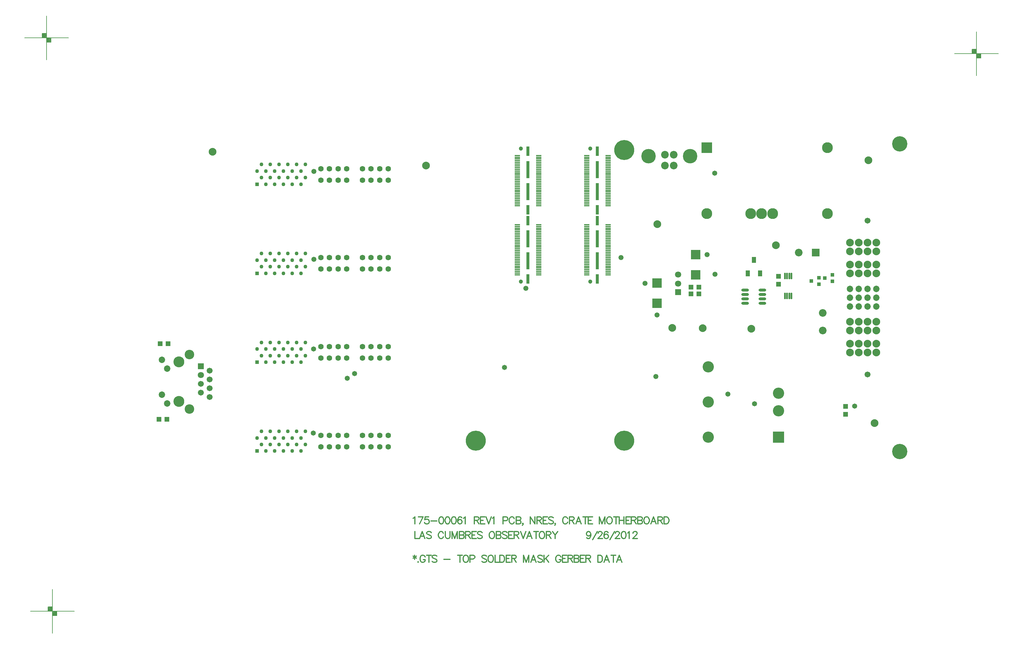
<source format=gts>
%FSLAX23Y23*%
%MOIN*%
G70*
G01*
G75*
G04 Layer_Color=8388736*
%ADD10R,0.050X0.050*%
%ADD11R,0.057X0.012*%
%ADD12R,0.025X0.185*%
%ADD13R,0.025X0.100*%
%ADD14R,0.050X0.050*%
%ADD15O,0.014X0.067*%
%ADD16R,0.036X0.036*%
%ADD17O,0.079X0.024*%
%ADD18R,0.039X0.059*%
%ADD19R,0.100X0.100*%
%ADD20C,0.010*%
%ADD21C,0.050*%
%ADD22C,0.025*%
%ADD23C,0.006*%
%ADD24C,0.012*%
%ADD25C,0.008*%
%ADD26C,0.012*%
%ADD27C,0.012*%
%ADD28C,0.070*%
%ADD29C,0.050*%
%ADD30C,0.166*%
%ADD31C,0.157*%
%ADD32C,0.079*%
%ADD33C,0.220*%
%ADD34C,0.039*%
%ADD35C,0.059*%
%ADD36R,0.059X0.059*%
%ADD37C,0.063*%
%ADD38C,0.116*%
%ADD39C,0.065*%
%ADD40C,0.100*%
%ADD41C,0.080*%
%ADD42C,0.059*%
%ADD43C,0.115*%
%ADD44R,0.115X0.115*%
%ADD45R,0.079X0.079*%
%ADD46R,0.120X0.120*%
%ADD47C,0.120*%
%ADD48R,0.063X0.063*%
%ADD49C,0.020*%
%ADD50C,0.040*%
G04:AMPARAMS|DCode=51|XSize=91mil|YSize=91mil|CornerRadius=0mil|HoleSize=0mil|Usage=FLASHONLY|Rotation=0.000|XOffset=0mil|YOffset=0mil|HoleType=Round|Shape=Relief|Width=10mil|Gap=10mil|Entries=4|*
%AMTHD51*
7,0,0,0.091,0.071,0.010,45*
%
%ADD51THD51*%
%ADD52C,0.071*%
%ADD53C,0.206*%
G04:AMPARAMS|DCode=54|XSize=150.551mil|YSize=150.551mil|CornerRadius=0mil|HoleSize=0mil|Usage=FLASHONLY|Rotation=0.000|XOffset=0mil|YOffset=0mil|HoleType=Round|Shape=Relief|Width=10mil|Gap=10mil|Entries=4|*
%AMTHD54*
7,0,0,0.151,0.131,0.010,45*
%
%ADD54THD54*%
G04:AMPARAMS|DCode=55|XSize=96.221mil|YSize=96.221mil|CornerRadius=0mil|HoleSize=0mil|Usage=FLASHONLY|Rotation=0.000|XOffset=0mil|YOffset=0mil|HoleType=Round|Shape=Relief|Width=10mil|Gap=10mil|Entries=4|*
%AMTHD55*
7,0,0,0.096,0.076,0.010,45*
%
%ADD55THD55*%
%ADD56C,0.076*%
%ADD57C,0.080*%
%ADD58C,0.075*%
%ADD59C,0.168*%
G04:AMPARAMS|DCode=60|XSize=100mil|YSize=100mil|CornerRadius=0mil|HoleSize=0mil|Usage=FLASHONLY|Rotation=0.000|XOffset=0mil|YOffset=0mil|HoleType=Round|Shape=Relief|Width=10mil|Gap=10mil|Entries=4|*
%AMTHD60*
7,0,0,0.100,0.080,0.010,45*
%
%ADD60THD60*%
G04:AMPARAMS|DCode=61|XSize=123mil|YSize=123mil|CornerRadius=0mil|HoleSize=0mil|Usage=FLASHONLY|Rotation=0.000|XOffset=0mil|YOffset=0mil|HoleType=Round|Shape=Relief|Width=10mil|Gap=10mil|Entries=4|*
%AMTHD61*
7,0,0,0.123,0.103,0.010,45*
%
%ADD61THD61*%
%ADD62C,0.092*%
G04:AMPARAMS|DCode=63|XSize=112mil|YSize=112mil|CornerRadius=0mil|HoleSize=0mil|Usage=FLASHONLY|Rotation=0.000|XOffset=0mil|YOffset=0mil|HoleType=Round|Shape=Relief|Width=10mil|Gap=10mil|Entries=4|*
%AMTHD63*
7,0,0,0.112,0.092,0.010,45*
%
%ADD63THD63*%
%ADD64C,0.190*%
%ADD65C,0.087*%
G04:AMPARAMS|DCode=66|XSize=138mil|YSize=138mil|CornerRadius=0mil|HoleSize=0mil|Usage=FLASHONLY|Rotation=0.000|XOffset=0mil|YOffset=0mil|HoleType=Round|Shape=Relief|Width=10mil|Gap=10mil|Entries=4|*
%AMTHD66*
7,0,0,0.138,0.118,0.010,45*
%
%ADD66THD66*%
%ADD67C,0.118*%
G04:AMPARAMS|DCode=68|XSize=107.244mil|YSize=107.244mil|CornerRadius=0mil|HoleSize=0mil|Usage=FLASHONLY|Rotation=0.000|XOffset=0mil|YOffset=0mil|HoleType=Round|Shape=Relief|Width=10mil|Gap=10mil|Entries=4|*
%AMTHD68*
7,0,0,0.107,0.087,0.010,45*
%
%ADD68THD68*%
%ADD69C,0.079*%
%ADD70C,0.068*%
G04:AMPARAMS|DCode=71|XSize=70mil|YSize=70mil|CornerRadius=0mil|HoleSize=0mil|Usage=FLASHONLY|Rotation=0.000|XOffset=0mil|YOffset=0mil|HoleType=Round|Shape=Relief|Width=10mil|Gap=10mil|Entries=4|*
%AMTHD71*
7,0,0,0.070,0.050,0.010,45*
%
%ADD71THD71*%
G04:AMPARAMS|DCode=72|XSize=88mil|YSize=88mil|CornerRadius=0mil|HoleSize=0mil|Usage=FLASHONLY|Rotation=0.000|XOffset=0mil|YOffset=0mil|HoleType=Round|Shape=Relief|Width=10mil|Gap=10mil|Entries=4|*
%AMTHD72*
7,0,0,0.088,0.068,0.010,45*
%
%ADD72THD72*%
%ADD73C,0.020*%
%ADD74C,0.131*%
%ADD75C,0.103*%
%ADD76C,0.005*%
%ADD77R,0.053X0.035*%
%ADD78R,0.053X0.053*%
%ADD79R,0.045X0.017*%
%ADD80R,0.094X0.102*%
%ADD81R,0.059X0.087*%
%ADD82R,0.102X0.094*%
%ADD83R,0.100X0.100*%
%ADD84R,0.060X0.086*%
%ADD85C,0.010*%
%ADD86C,0.010*%
%ADD87C,0.024*%
%ADD88C,0.008*%
%ADD89C,0.007*%
%ADD90C,0.007*%
%ADD91C,0.015*%
%ADD92R,0.194X0.245*%
%ADD93R,0.058X0.058*%
%ADD94R,0.061X0.016*%
%ADD95R,0.033X0.193*%
%ADD96R,0.033X0.108*%
%ADD97R,0.058X0.058*%
%ADD98O,0.022X0.075*%
%ADD99R,0.044X0.044*%
%ADD100O,0.087X0.032*%
%ADD101R,0.047X0.067*%
%ADD102R,0.108X0.108*%
%ADD103C,0.063*%
%ADD104C,0.043*%
%ADD105R,0.043X0.043*%
%ADD106C,0.174*%
%ADD107C,0.165*%
%ADD108C,0.087*%
%ADD109C,0.228*%
%ADD110C,0.047*%
%ADD111C,0.067*%
%ADD112R,0.067X0.067*%
%ADD113C,0.071*%
%ADD114C,0.124*%
%ADD115C,0.073*%
%ADD116C,0.108*%
%ADD117C,0.088*%
%ADD118C,0.067*%
%ADD119C,0.123*%
%ADD120R,0.123X0.123*%
%ADD121R,0.087X0.087*%
%ADD122R,0.128X0.128*%
%ADD123C,0.128*%
%ADD124R,0.071X0.071*%
%ADD125C,0.058*%
D24*
X13410Y9183D02*
Y9137D01*
X13391Y9172D02*
X13429Y9149D01*
Y9172D02*
X13391Y9149D01*
X13449Y9111D02*
X13445Y9107D01*
X13449Y9103D01*
X13453Y9107D01*
X13449Y9111D01*
X13528Y9164D02*
X13524Y9172D01*
X13516Y9179D01*
X13509Y9183D01*
X13493D01*
X13486Y9179D01*
X13478Y9172D01*
X13474Y9164D01*
X13471Y9153D01*
Y9133D01*
X13474Y9122D01*
X13478Y9114D01*
X13486Y9107D01*
X13493Y9103D01*
X13509D01*
X13516Y9107D01*
X13524Y9114D01*
X13528Y9122D01*
Y9133D01*
X13509D02*
X13528D01*
X13573Y9183D02*
Y9103D01*
X13546Y9183D02*
X13599D01*
X13662Y9172D02*
X13655Y9179D01*
X13643Y9183D01*
X13628D01*
X13616Y9179D01*
X13609Y9172D01*
Y9164D01*
X13613Y9156D01*
X13616Y9153D01*
X13624Y9149D01*
X13647Y9141D01*
X13655Y9137D01*
X13658Y9133D01*
X13662Y9126D01*
Y9114D01*
X13655Y9107D01*
X13643Y9103D01*
X13628D01*
X13616Y9107D01*
X13609Y9114D01*
X13743Y9137D02*
X13811D01*
X13925Y9183D02*
Y9103D01*
X13898Y9183D02*
X13951D01*
X13984D02*
X13976Y9179D01*
X13968Y9172D01*
X13965Y9164D01*
X13961Y9153D01*
Y9133D01*
X13965Y9122D01*
X13968Y9114D01*
X13976Y9107D01*
X13984Y9103D01*
X13999D01*
X14006Y9107D01*
X14014Y9114D01*
X14018Y9122D01*
X14022Y9133D01*
Y9153D01*
X14018Y9164D01*
X14014Y9172D01*
X14006Y9179D01*
X13999Y9183D01*
X13984D01*
X14040Y9141D02*
X14075D01*
X14086Y9145D01*
X14090Y9149D01*
X14094Y9156D01*
Y9168D01*
X14090Y9175D01*
X14086Y9179D01*
X14075Y9183D01*
X14040D01*
Y9103D01*
X14228Y9172D02*
X14220Y9179D01*
X14209Y9183D01*
X14193D01*
X14182Y9179D01*
X14174Y9172D01*
Y9164D01*
X14178Y9156D01*
X14182Y9153D01*
X14190Y9149D01*
X14213Y9141D01*
X14220Y9137D01*
X14224Y9133D01*
X14228Y9126D01*
Y9114D01*
X14220Y9107D01*
X14209Y9103D01*
X14193D01*
X14182Y9107D01*
X14174Y9114D01*
X14269Y9183D02*
X14261Y9179D01*
X14253Y9172D01*
X14249Y9164D01*
X14246Y9153D01*
Y9133D01*
X14249Y9122D01*
X14253Y9114D01*
X14261Y9107D01*
X14269Y9103D01*
X14284D01*
X14291Y9107D01*
X14299Y9114D01*
X14303Y9122D01*
X14307Y9133D01*
Y9153D01*
X14303Y9164D01*
X14299Y9172D01*
X14291Y9179D01*
X14284Y9183D01*
X14269D01*
X14325D02*
Y9103D01*
X14371D01*
X14380Y9183D02*
Y9103D01*
Y9183D02*
X14406D01*
X14418Y9179D01*
X14425Y9172D01*
X14429Y9164D01*
X14433Y9153D01*
Y9133D01*
X14429Y9122D01*
X14425Y9114D01*
X14418Y9107D01*
X14406Y9103D01*
X14380D01*
X14500Y9183D02*
X14451D01*
Y9103D01*
X14500D01*
X14451Y9145D02*
X14481D01*
X14514Y9183D02*
Y9103D01*
Y9183D02*
X14548D01*
X14560Y9179D01*
X14563Y9175D01*
X14567Y9168D01*
Y9160D01*
X14563Y9153D01*
X14560Y9149D01*
X14548Y9145D01*
X14514D01*
X14540D02*
X14567Y9103D01*
X14648Y9183D02*
Y9103D01*
Y9183D02*
X14678Y9103D01*
X14709Y9183D02*
X14678Y9103D01*
X14709Y9183D02*
Y9103D01*
X14793D02*
X14762Y9183D01*
X14732Y9103D01*
X14743Y9130D02*
X14781D01*
X14865Y9172D02*
X14857Y9179D01*
X14846Y9183D01*
X14830D01*
X14819Y9179D01*
X14811Y9172D01*
Y9164D01*
X14815Y9156D01*
X14819Y9153D01*
X14827Y9149D01*
X14849Y9141D01*
X14857Y9137D01*
X14861Y9133D01*
X14865Y9126D01*
Y9114D01*
X14857Y9107D01*
X14846Y9103D01*
X14830D01*
X14819Y9107D01*
X14811Y9114D01*
X14882Y9183D02*
Y9103D01*
X14936Y9183D02*
X14882Y9130D01*
X14902Y9149D02*
X14936Y9103D01*
X15074Y9164D02*
X15070Y9172D01*
X15062Y9179D01*
X15055Y9183D01*
X15039D01*
X15032Y9179D01*
X15024Y9172D01*
X15020Y9164D01*
X15017Y9153D01*
Y9133D01*
X15020Y9122D01*
X15024Y9114D01*
X15032Y9107D01*
X15039Y9103D01*
X15055D01*
X15062Y9107D01*
X15070Y9114D01*
X15074Y9122D01*
Y9133D01*
X15055D02*
X15074D01*
X15141Y9183D02*
X15092D01*
Y9103D01*
X15141D01*
X15092Y9145D02*
X15122D01*
X15155Y9183D02*
Y9103D01*
Y9183D02*
X15189D01*
X15201Y9179D01*
X15204Y9175D01*
X15208Y9168D01*
Y9160D01*
X15204Y9153D01*
X15201Y9149D01*
X15189Y9145D01*
X15155D01*
X15181D02*
X15208Y9103D01*
X15226Y9183D02*
Y9103D01*
Y9183D02*
X15260D01*
X15272Y9179D01*
X15276Y9175D01*
X15279Y9168D01*
Y9160D01*
X15276Y9153D01*
X15272Y9149D01*
X15260Y9145D01*
X15226D02*
X15260D01*
X15272Y9141D01*
X15276Y9137D01*
X15279Y9130D01*
Y9118D01*
X15276Y9111D01*
X15272Y9107D01*
X15260Y9103D01*
X15226D01*
X15347Y9183D02*
X15297D01*
Y9103D01*
X15347D01*
X15297Y9145D02*
X15328D01*
X15360Y9183D02*
Y9103D01*
Y9183D02*
X15394D01*
X15406Y9179D01*
X15410Y9175D01*
X15413Y9168D01*
Y9160D01*
X15410Y9153D01*
X15406Y9149D01*
X15394Y9145D01*
X15360D01*
X15387D02*
X15413Y9103D01*
X15494Y9183D02*
Y9103D01*
Y9183D02*
X15521D01*
X15532Y9179D01*
X15540Y9172D01*
X15544Y9164D01*
X15547Y9153D01*
Y9133D01*
X15544Y9122D01*
X15540Y9114D01*
X15532Y9107D01*
X15521Y9103D01*
X15494D01*
X15626D02*
X15596Y9183D01*
X15565Y9103D01*
X15577Y9130D02*
X15615D01*
X15672Y9183D02*
Y9103D01*
X15645Y9183D02*
X15698D01*
X15769Y9103D02*
X15738Y9183D01*
X15708Y9103D01*
X15719Y9130D02*
X15757D01*
D25*
X19554Y14890D02*
X20054D01*
X19804Y14640D02*
Y15140D01*
X19854Y14840D02*
Y14890D01*
X19804Y14840D02*
X19854D01*
X19754Y14890D02*
Y14940D01*
X19804D01*
X19759Y14895D02*
X19799D01*
X19759D02*
Y14935D01*
X19799D01*
Y14895D02*
Y14935D01*
X19764Y14900D02*
X19794D01*
X19764D02*
Y14930D01*
X19794D01*
Y14905D02*
Y14930D01*
X19769Y14905D02*
X19789D01*
X19769D02*
Y14925D01*
X19789D01*
Y14910D02*
Y14925D01*
X19774Y14910D02*
X19784D01*
X19774D02*
Y14920D01*
X19784D01*
Y14910D02*
Y14920D01*
X19774Y14915D02*
X19784D01*
X19809Y14845D02*
X19849D01*
X19809D02*
Y14885D01*
X19849D01*
Y14845D02*
Y14885D01*
X19814Y14850D02*
X19844D01*
X19814D02*
Y14880D01*
X19844D01*
Y14855D02*
Y14880D01*
X19819Y14855D02*
X19839D01*
X19819D02*
Y14875D01*
X19839D01*
Y14860D02*
Y14875D01*
X19824Y14860D02*
X19834D01*
X19824D02*
Y14870D01*
X19834D01*
Y14860D02*
Y14870D01*
X19824Y14865D02*
X19834D01*
X8970Y15070D02*
X9470D01*
X9220Y14820D02*
Y15320D01*
X9270Y15020D02*
Y15070D01*
X9220Y15020D02*
X9270D01*
X9170Y15070D02*
Y15120D01*
X9220D01*
X9175Y15075D02*
X9215D01*
X9175D02*
Y15115D01*
X9215D01*
Y15075D02*
Y15115D01*
X9180Y15080D02*
X9210D01*
X9180D02*
Y15110D01*
X9210D01*
Y15085D02*
Y15110D01*
X9185Y15085D02*
X9205D01*
X9185D02*
Y15105D01*
X9205D01*
Y15090D02*
Y15105D01*
X9190Y15090D02*
X9200D01*
X9190D02*
Y15100D01*
X9200D01*
Y15090D02*
Y15100D01*
X9190Y15095D02*
X9200D01*
X9225Y15025D02*
X9265D01*
X9225D02*
Y15065D01*
X9265D01*
Y15025D02*
Y15065D01*
X9230Y15030D02*
X9260D01*
X9230D02*
Y15060D01*
X9260D01*
Y15035D02*
Y15060D01*
X9235Y15035D02*
X9255D01*
X9235D02*
Y15055D01*
X9255D01*
Y15040D02*
Y15055D01*
X9240Y15040D02*
X9250D01*
X9240D02*
Y15050D01*
X9250D01*
Y15040D02*
Y15050D01*
X9240Y15045D02*
X9250D01*
X9036Y8546D02*
X9536D01*
X9286Y8296D02*
Y8796D01*
X9336Y8496D02*
Y8546D01*
X9286Y8496D02*
X9336D01*
X9236Y8546D02*
Y8596D01*
X9286D01*
X9241Y8551D02*
X9281D01*
X9241D02*
Y8591D01*
X9281D01*
Y8551D02*
Y8591D01*
X9246Y8556D02*
X9276D01*
X9246D02*
Y8586D01*
X9276D01*
Y8561D02*
Y8586D01*
X9251Y8561D02*
X9271D01*
X9251D02*
Y8581D01*
X9271D01*
Y8566D02*
Y8581D01*
X9256Y8566D02*
X9266D01*
X9256D02*
Y8576D01*
X9266D01*
Y8566D02*
Y8576D01*
X9256Y8571D02*
X9266D01*
X9291Y8501D02*
X9331D01*
X9291D02*
Y8541D01*
X9331D01*
Y8501D02*
Y8541D01*
X9296Y8506D02*
X9326D01*
X9296D02*
Y8536D01*
X9326D01*
Y8511D02*
Y8536D01*
X9301Y8511D02*
X9321D01*
X9301D02*
Y8531D01*
X9321D01*
Y8516D02*
Y8531D01*
X9306Y8516D02*
X9316D01*
X9306D02*
Y8526D01*
X9316D01*
Y8516D02*
Y8526D01*
X9306Y8521D02*
X9316D01*
D26*
X13412Y9453D02*
Y9373D01*
X13458D01*
X13527D02*
X13497Y9453D01*
X13466Y9373D01*
X13478Y9399D02*
X13516D01*
X13599Y9441D02*
X13592Y9449D01*
X13580Y9453D01*
X13565D01*
X13554Y9449D01*
X13546Y9441D01*
Y9434D01*
X13550Y9426D01*
X13554Y9422D01*
X13561Y9418D01*
X13584Y9411D01*
X13592Y9407D01*
X13596Y9403D01*
X13599Y9395D01*
Y9384D01*
X13592Y9376D01*
X13580Y9373D01*
X13565D01*
X13554Y9376D01*
X13546Y9384D01*
X13737Y9434D02*
X13733Y9441D01*
X13726Y9449D01*
X13718Y9453D01*
X13703D01*
X13695Y9449D01*
X13688Y9441D01*
X13684Y9434D01*
X13680Y9422D01*
Y9403D01*
X13684Y9392D01*
X13688Y9384D01*
X13695Y9376D01*
X13703Y9373D01*
X13718D01*
X13726Y9376D01*
X13733Y9384D01*
X13737Y9392D01*
X13760Y9453D02*
Y9395D01*
X13764Y9384D01*
X13771Y9376D01*
X13783Y9373D01*
X13790D01*
X13802Y9376D01*
X13809Y9384D01*
X13813Y9395D01*
Y9453D01*
X13835D02*
Y9373D01*
Y9453D02*
X13866Y9373D01*
X13896Y9453D02*
X13866Y9373D01*
X13896Y9453D02*
Y9373D01*
X13919Y9453D02*
Y9373D01*
Y9453D02*
X13953D01*
X13965Y9449D01*
X13968Y9445D01*
X13972Y9437D01*
Y9430D01*
X13968Y9422D01*
X13965Y9418D01*
X13953Y9414D01*
X13919D02*
X13953D01*
X13965Y9411D01*
X13968Y9407D01*
X13972Y9399D01*
Y9388D01*
X13968Y9380D01*
X13965Y9376D01*
X13953Y9373D01*
X13919D01*
X13990Y9453D02*
Y9373D01*
Y9453D02*
X14024D01*
X14036Y9449D01*
X14040Y9445D01*
X14044Y9437D01*
Y9430D01*
X14040Y9422D01*
X14036Y9418D01*
X14024Y9414D01*
X13990D01*
X14017D02*
X14044Y9373D01*
X14111Y9453D02*
X14061D01*
Y9373D01*
X14111D01*
X14061Y9414D02*
X14092D01*
X14178Y9441D02*
X14170Y9449D01*
X14159Y9453D01*
X14143D01*
X14132Y9449D01*
X14124Y9441D01*
Y9434D01*
X14128Y9426D01*
X14132Y9422D01*
X14139Y9418D01*
X14162Y9411D01*
X14170Y9407D01*
X14174Y9403D01*
X14178Y9395D01*
Y9384D01*
X14170Y9376D01*
X14159Y9373D01*
X14143D01*
X14132Y9376D01*
X14124Y9384D01*
X14281Y9453D02*
X14274Y9449D01*
X14266Y9441D01*
X14262Y9434D01*
X14258Y9422D01*
Y9403D01*
X14262Y9392D01*
X14266Y9384D01*
X14274Y9376D01*
X14281Y9373D01*
X14296D01*
X14304Y9376D01*
X14312Y9384D01*
X14315Y9392D01*
X14319Y9403D01*
Y9422D01*
X14315Y9434D01*
X14312Y9441D01*
X14304Y9449D01*
X14296Y9453D01*
X14281D01*
X14338D02*
Y9373D01*
Y9453D02*
X14372D01*
X14384Y9449D01*
X14387Y9445D01*
X14391Y9437D01*
Y9430D01*
X14387Y9422D01*
X14384Y9418D01*
X14372Y9414D01*
X14338D02*
X14372D01*
X14384Y9411D01*
X14387Y9407D01*
X14391Y9399D01*
Y9388D01*
X14387Y9380D01*
X14384Y9376D01*
X14372Y9373D01*
X14338D01*
X14462Y9441D02*
X14455Y9449D01*
X14443Y9453D01*
X14428D01*
X14417Y9449D01*
X14409Y9441D01*
Y9434D01*
X14413Y9426D01*
X14417Y9422D01*
X14424Y9418D01*
X14447Y9411D01*
X14455Y9407D01*
X14459Y9403D01*
X14462Y9395D01*
Y9384D01*
X14455Y9376D01*
X14443Y9373D01*
X14428D01*
X14417Y9376D01*
X14409Y9384D01*
X14530Y9453D02*
X14480D01*
Y9373D01*
X14530D01*
X14480Y9414D02*
X14511D01*
X14543Y9453D02*
Y9373D01*
Y9453D02*
X14577D01*
X14589Y9449D01*
X14593Y9445D01*
X14597Y9437D01*
Y9430D01*
X14593Y9422D01*
X14589Y9418D01*
X14577Y9414D01*
X14543D01*
X14570D02*
X14597Y9373D01*
X14614Y9453D02*
X14645Y9373D01*
X14675Y9453D02*
X14645Y9373D01*
X14747D02*
X14716Y9453D01*
X14686Y9373D01*
X14697Y9399D02*
X14735D01*
X14792Y9453D02*
Y9373D01*
X14765Y9453D02*
X14819D01*
X14851D02*
X14843Y9449D01*
X14836Y9441D01*
X14832Y9434D01*
X14828Y9422D01*
Y9403D01*
X14832Y9392D01*
X14836Y9384D01*
X14843Y9376D01*
X14851Y9373D01*
X14866D01*
X14874Y9376D01*
X14881Y9384D01*
X14885Y9392D01*
X14889Y9403D01*
Y9422D01*
X14885Y9434D01*
X14881Y9441D01*
X14874Y9449D01*
X14866Y9453D01*
X14851D01*
X14908D02*
Y9373D01*
Y9453D02*
X14942D01*
X14953Y9449D01*
X14957Y9445D01*
X14961Y9437D01*
Y9430D01*
X14957Y9422D01*
X14953Y9418D01*
X14942Y9414D01*
X14908D01*
X14934D02*
X14961Y9373D01*
X14979Y9453D02*
X15009Y9414D01*
Y9373D01*
X15040Y9453D02*
X15009Y9414D01*
X15414Y9426D02*
X15410Y9414D01*
X15402Y9407D01*
X15391Y9403D01*
X15387D01*
X15376Y9407D01*
X15368Y9414D01*
X15364Y9426D01*
Y9430D01*
X15368Y9441D01*
X15376Y9449D01*
X15387Y9453D01*
X15391D01*
X15402Y9449D01*
X15410Y9441D01*
X15414Y9426D01*
Y9407D01*
X15410Y9388D01*
X15402Y9376D01*
X15391Y9373D01*
X15383D01*
X15372Y9376D01*
X15368Y9384D01*
X15436Y9361D02*
X15489Y9453D01*
X15498Y9434D02*
Y9437D01*
X15502Y9445D01*
X15506Y9449D01*
X15513Y9453D01*
X15529D01*
X15536Y9449D01*
X15540Y9445D01*
X15544Y9437D01*
Y9430D01*
X15540Y9422D01*
X15532Y9411D01*
X15494Y9373D01*
X15548D01*
X15611Y9441D02*
X15607Y9449D01*
X15596Y9453D01*
X15588D01*
X15577Y9449D01*
X15569Y9437D01*
X15565Y9418D01*
Y9399D01*
X15569Y9384D01*
X15577Y9376D01*
X15588Y9373D01*
X15592D01*
X15604Y9376D01*
X15611Y9384D01*
X15615Y9395D01*
Y9399D01*
X15611Y9411D01*
X15604Y9418D01*
X15592Y9422D01*
X15588D01*
X15577Y9418D01*
X15569Y9411D01*
X15565Y9399D01*
X15633Y9361D02*
X15686Y9453D01*
X15695Y9434D02*
Y9437D01*
X15699Y9445D01*
X15703Y9449D01*
X15710Y9453D01*
X15725D01*
X15733Y9449D01*
X15737Y9445D01*
X15741Y9437D01*
Y9430D01*
X15737Y9422D01*
X15729Y9411D01*
X15691Y9373D01*
X15744D01*
X15785Y9453D02*
X15774Y9449D01*
X15766Y9437D01*
X15762Y9418D01*
Y9407D01*
X15766Y9388D01*
X15774Y9376D01*
X15785Y9373D01*
X15793D01*
X15804Y9376D01*
X15812Y9388D01*
X15816Y9407D01*
Y9418D01*
X15812Y9437D01*
X15804Y9449D01*
X15793Y9453D01*
X15785D01*
X15834Y9437D02*
X15841Y9441D01*
X15853Y9453D01*
Y9373D01*
X15896Y9434D02*
Y9437D01*
X15900Y9445D01*
X15904Y9449D01*
X15911Y9453D01*
X15927D01*
X15934Y9449D01*
X15938Y9445D01*
X15942Y9437D01*
Y9430D01*
X15938Y9422D01*
X15930Y9411D01*
X15892Y9373D01*
X15946D01*
D27*
X13393Y9604D02*
X13401Y9608D01*
X13412Y9619D01*
Y9539D01*
X13505Y9619D02*
X13467Y9539D01*
X13452Y9619D02*
X13505D01*
X13568D02*
X13530D01*
X13527Y9585D01*
X13530Y9589D01*
X13542Y9593D01*
X13553D01*
X13565Y9589D01*
X13572Y9581D01*
X13576Y9570D01*
Y9562D01*
X13572Y9551D01*
X13565Y9543D01*
X13553Y9539D01*
X13542D01*
X13530Y9543D01*
X13527Y9547D01*
X13523Y9555D01*
X13594Y9574D02*
X13663D01*
X13709Y9619D02*
X13698Y9616D01*
X13690Y9604D01*
X13686Y9585D01*
Y9574D01*
X13690Y9555D01*
X13698Y9543D01*
X13709Y9539D01*
X13717D01*
X13728Y9543D01*
X13736Y9555D01*
X13739Y9574D01*
Y9585D01*
X13736Y9604D01*
X13728Y9616D01*
X13717Y9619D01*
X13709D01*
X13780D02*
X13769Y9616D01*
X13761Y9604D01*
X13757Y9585D01*
Y9574D01*
X13761Y9555D01*
X13769Y9543D01*
X13780Y9539D01*
X13788D01*
X13799Y9543D01*
X13807Y9555D01*
X13811Y9574D01*
Y9585D01*
X13807Y9604D01*
X13799Y9616D01*
X13788Y9619D01*
X13780D01*
X13851D02*
X13840Y9616D01*
X13832Y9604D01*
X13829Y9585D01*
Y9574D01*
X13832Y9555D01*
X13840Y9543D01*
X13851Y9539D01*
X13859D01*
X13871Y9543D01*
X13878Y9555D01*
X13882Y9574D01*
Y9585D01*
X13878Y9604D01*
X13871Y9616D01*
X13859Y9619D01*
X13851D01*
X13946Y9608D02*
X13942Y9616D01*
X13930Y9619D01*
X13923D01*
X13911Y9616D01*
X13904Y9604D01*
X13900Y9585D01*
Y9566D01*
X13904Y9551D01*
X13911Y9543D01*
X13923Y9539D01*
X13926D01*
X13938Y9543D01*
X13946Y9551D01*
X13949Y9562D01*
Y9566D01*
X13946Y9577D01*
X13938Y9585D01*
X13926Y9589D01*
X13923D01*
X13911Y9585D01*
X13904Y9577D01*
X13900Y9566D01*
X13967Y9604D02*
X13974Y9608D01*
X13986Y9619D01*
Y9539D01*
X14088Y9619D02*
Y9539D01*
Y9619D02*
X14123D01*
X14134Y9616D01*
X14138Y9612D01*
X14142Y9604D01*
Y9596D01*
X14138Y9589D01*
X14134Y9585D01*
X14123Y9581D01*
X14088D01*
X14115D02*
X14142Y9539D01*
X14209Y9619D02*
X14160D01*
Y9539D01*
X14209D01*
X14160Y9581D02*
X14190D01*
X14222Y9619D02*
X14253Y9539D01*
X14283Y9619D02*
X14253Y9539D01*
X14294Y9604D02*
X14301Y9608D01*
X14313Y9619D01*
Y9539D01*
X14415Y9577D02*
X14449D01*
X14461Y9581D01*
X14465Y9585D01*
X14468Y9593D01*
Y9604D01*
X14465Y9612D01*
X14461Y9616D01*
X14449Y9619D01*
X14415D01*
Y9539D01*
X14543Y9600D02*
X14540Y9608D01*
X14532Y9616D01*
X14524Y9619D01*
X14509D01*
X14502Y9616D01*
X14494Y9608D01*
X14490Y9600D01*
X14486Y9589D01*
Y9570D01*
X14490Y9558D01*
X14494Y9551D01*
X14502Y9543D01*
X14509Y9539D01*
X14524D01*
X14532Y9543D01*
X14540Y9551D01*
X14543Y9558D01*
X14566Y9619D02*
Y9539D01*
Y9619D02*
X14600D01*
X14612Y9616D01*
X14615Y9612D01*
X14619Y9604D01*
Y9596D01*
X14615Y9589D01*
X14612Y9585D01*
X14600Y9581D01*
X14566D02*
X14600D01*
X14612Y9577D01*
X14615Y9574D01*
X14619Y9566D01*
Y9555D01*
X14615Y9547D01*
X14612Y9543D01*
X14600Y9539D01*
X14566D01*
X14645Y9543D02*
X14641Y9539D01*
X14637Y9543D01*
X14641Y9547D01*
X14645Y9543D01*
Y9536D01*
X14641Y9528D01*
X14637Y9524D01*
X14725Y9619D02*
Y9539D01*
Y9619D02*
X14778Y9539D01*
Y9619D02*
Y9539D01*
X14801Y9619D02*
Y9539D01*
Y9619D02*
X14835D01*
X14846Y9616D01*
X14850Y9612D01*
X14854Y9604D01*
Y9596D01*
X14850Y9589D01*
X14846Y9585D01*
X14835Y9581D01*
X14801D01*
X14827D02*
X14854Y9539D01*
X14921Y9619D02*
X14872D01*
Y9539D01*
X14921D01*
X14872Y9581D02*
X14902D01*
X14988Y9608D02*
X14980Y9616D01*
X14969Y9619D01*
X14954D01*
X14942Y9616D01*
X14935Y9608D01*
Y9600D01*
X14938Y9593D01*
X14942Y9589D01*
X14950Y9585D01*
X14973Y9577D01*
X14980Y9574D01*
X14984Y9570D01*
X14988Y9562D01*
Y9551D01*
X14980Y9543D01*
X14969Y9539D01*
X14954D01*
X14942Y9543D01*
X14935Y9551D01*
X15013Y9543D02*
X15010Y9539D01*
X15006Y9543D01*
X15010Y9547D01*
X15013Y9543D01*
Y9536D01*
X15010Y9528D01*
X15006Y9524D01*
X15151Y9600D02*
X15147Y9608D01*
X15140Y9616D01*
X15132Y9619D01*
X15117D01*
X15109Y9616D01*
X15101Y9608D01*
X15098Y9600D01*
X15094Y9589D01*
Y9570D01*
X15098Y9558D01*
X15101Y9551D01*
X15109Y9543D01*
X15117Y9539D01*
X15132D01*
X15140Y9543D01*
X15147Y9551D01*
X15151Y9558D01*
X15173Y9619D02*
Y9539D01*
Y9619D02*
X15208D01*
X15219Y9616D01*
X15223Y9612D01*
X15227Y9604D01*
Y9596D01*
X15223Y9589D01*
X15219Y9585D01*
X15208Y9581D01*
X15173D01*
X15200D02*
X15227Y9539D01*
X15306D02*
X15275Y9619D01*
X15245Y9539D01*
X15256Y9566D02*
X15294D01*
X15351Y9619D02*
Y9539D01*
X15324Y9619D02*
X15378D01*
X15437D02*
X15387D01*
Y9539D01*
X15437D01*
X15387Y9581D02*
X15418D01*
X15513Y9619D02*
Y9539D01*
Y9619D02*
X15543Y9539D01*
X15574Y9619D02*
X15543Y9539D01*
X15574Y9619D02*
Y9539D01*
X15619Y9619D02*
X15612Y9616D01*
X15604Y9608D01*
X15600Y9600D01*
X15597Y9589D01*
Y9570D01*
X15600Y9558D01*
X15604Y9551D01*
X15612Y9543D01*
X15619Y9539D01*
X15635D01*
X15642Y9543D01*
X15650Y9551D01*
X15654Y9558D01*
X15658Y9570D01*
Y9589D01*
X15654Y9600D01*
X15650Y9608D01*
X15642Y9616D01*
X15635Y9619D01*
X15619D01*
X15703D02*
Y9539D01*
X15676Y9619D02*
X15730D01*
X15739D02*
Y9539D01*
X15792Y9619D02*
Y9539D01*
X15739Y9581D02*
X15792D01*
X15864Y9619D02*
X15814D01*
Y9539D01*
X15864D01*
X15814Y9581D02*
X15845D01*
X15877Y9619D02*
Y9539D01*
Y9619D02*
X15912D01*
X15923Y9616D01*
X15927Y9612D01*
X15931Y9604D01*
Y9596D01*
X15927Y9589D01*
X15923Y9585D01*
X15912Y9581D01*
X15877D01*
X15904D02*
X15931Y9539D01*
X15949Y9619D02*
Y9539D01*
Y9619D02*
X15983D01*
X15994Y9616D01*
X15998Y9612D01*
X16002Y9604D01*
Y9596D01*
X15998Y9589D01*
X15994Y9585D01*
X15983Y9581D01*
X15949D02*
X15983D01*
X15994Y9577D01*
X15998Y9574D01*
X16002Y9566D01*
Y9555D01*
X15998Y9547D01*
X15994Y9543D01*
X15983Y9539D01*
X15949D01*
X16043Y9619D02*
X16035Y9616D01*
X16027Y9608D01*
X16024Y9600D01*
X16020Y9589D01*
Y9570D01*
X16024Y9558D01*
X16027Y9551D01*
X16035Y9543D01*
X16043Y9539D01*
X16058D01*
X16065Y9543D01*
X16073Y9551D01*
X16077Y9558D01*
X16081Y9570D01*
Y9589D01*
X16077Y9600D01*
X16073Y9608D01*
X16065Y9616D01*
X16058Y9619D01*
X16043D01*
X16160Y9539D02*
X16130Y9619D01*
X16099Y9539D01*
X16111Y9566D02*
X16149D01*
X16179Y9619D02*
Y9539D01*
Y9619D02*
X16213D01*
X16225Y9616D01*
X16228Y9612D01*
X16232Y9604D01*
Y9596D01*
X16228Y9589D01*
X16225Y9585D01*
X16213Y9581D01*
X16179D01*
X16206D02*
X16232Y9539D01*
X16250Y9619D02*
Y9539D01*
Y9619D02*
X16277D01*
X16288Y9616D01*
X16296Y9608D01*
X16300Y9600D01*
X16304Y9589D01*
Y9570D01*
X16300Y9558D01*
X16296Y9551D01*
X16288Y9543D01*
X16277Y9539D01*
X16250D01*
D93*
X18314Y10787D02*
D03*
Y10877D02*
D03*
X17551Y12355D02*
D03*
Y12265D02*
D03*
D94*
X15611Y13731D02*
D03*
Y13711D02*
D03*
Y13692D02*
D03*
Y13672D02*
D03*
Y13652D02*
D03*
Y13633D02*
D03*
Y13613D02*
D03*
Y13593D02*
D03*
Y13574D02*
D03*
Y13554D02*
D03*
Y13534D02*
D03*
Y13515D02*
D03*
Y13495D02*
D03*
Y13475D02*
D03*
Y13456D02*
D03*
Y13436D02*
D03*
Y13416D02*
D03*
Y13396D02*
D03*
Y13377D02*
D03*
Y13357D02*
D03*
Y13337D02*
D03*
Y13318D02*
D03*
Y13298D02*
D03*
Y13278D02*
D03*
Y13259D02*
D03*
Y13239D02*
D03*
Y13219D02*
D03*
Y13200D02*
D03*
Y13180D02*
D03*
Y13160D02*
D03*
Y12944D02*
D03*
Y12924D02*
D03*
Y12904D02*
D03*
Y12885D02*
D03*
Y12865D02*
D03*
Y12845D02*
D03*
Y12826D02*
D03*
Y12806D02*
D03*
Y12786D02*
D03*
Y12767D02*
D03*
Y12747D02*
D03*
Y12727D02*
D03*
Y12707D02*
D03*
Y12688D02*
D03*
Y12668D02*
D03*
Y12648D02*
D03*
Y12629D02*
D03*
Y12609D02*
D03*
Y12589D02*
D03*
Y12570D02*
D03*
Y12550D02*
D03*
Y12530D02*
D03*
Y12511D02*
D03*
Y12491D02*
D03*
Y12471D02*
D03*
Y12452D02*
D03*
Y12432D02*
D03*
Y12412D02*
D03*
Y12393D02*
D03*
Y12373D02*
D03*
X15368Y13731D02*
D03*
Y13711D02*
D03*
Y13692D02*
D03*
Y13672D02*
D03*
Y13652D02*
D03*
Y13633D02*
D03*
Y13613D02*
D03*
Y13593D02*
D03*
Y13574D02*
D03*
Y13554D02*
D03*
Y13534D02*
D03*
Y13515D02*
D03*
Y13495D02*
D03*
Y13475D02*
D03*
Y13456D02*
D03*
Y13436D02*
D03*
Y13416D02*
D03*
Y13396D02*
D03*
Y13377D02*
D03*
Y13357D02*
D03*
Y13337D02*
D03*
Y13318D02*
D03*
Y13298D02*
D03*
Y13278D02*
D03*
Y13259D02*
D03*
Y13239D02*
D03*
Y13219D02*
D03*
Y13200D02*
D03*
Y13180D02*
D03*
Y13160D02*
D03*
Y12944D02*
D03*
Y12924D02*
D03*
Y12904D02*
D03*
Y12885D02*
D03*
Y12865D02*
D03*
Y12845D02*
D03*
Y12826D02*
D03*
Y12806D02*
D03*
Y12786D02*
D03*
Y12767D02*
D03*
Y12747D02*
D03*
Y12727D02*
D03*
Y12707D02*
D03*
Y12688D02*
D03*
Y12668D02*
D03*
Y12648D02*
D03*
Y12629D02*
D03*
Y12609D02*
D03*
Y12589D02*
D03*
Y12570D02*
D03*
Y12550D02*
D03*
Y12530D02*
D03*
Y12511D02*
D03*
Y12491D02*
D03*
Y12471D02*
D03*
Y12452D02*
D03*
Y12432D02*
D03*
Y12412D02*
D03*
Y12393D02*
D03*
Y12373D02*
D03*
X14821Y13731D02*
D03*
Y13711D02*
D03*
Y13692D02*
D03*
Y13672D02*
D03*
Y13652D02*
D03*
Y13633D02*
D03*
Y13613D02*
D03*
Y13593D02*
D03*
Y13574D02*
D03*
Y13554D02*
D03*
Y13534D02*
D03*
Y13515D02*
D03*
Y13495D02*
D03*
Y13475D02*
D03*
Y13456D02*
D03*
Y13436D02*
D03*
Y13416D02*
D03*
Y13396D02*
D03*
Y13377D02*
D03*
Y13357D02*
D03*
Y13337D02*
D03*
Y13318D02*
D03*
Y13298D02*
D03*
Y13278D02*
D03*
Y13259D02*
D03*
Y13239D02*
D03*
Y13219D02*
D03*
Y13200D02*
D03*
Y13180D02*
D03*
Y13160D02*
D03*
Y12944D02*
D03*
Y12924D02*
D03*
Y12904D02*
D03*
Y12885D02*
D03*
Y12865D02*
D03*
Y12845D02*
D03*
Y12826D02*
D03*
Y12806D02*
D03*
Y12786D02*
D03*
Y12767D02*
D03*
Y12747D02*
D03*
Y12727D02*
D03*
Y12707D02*
D03*
Y12688D02*
D03*
Y12668D02*
D03*
Y12648D02*
D03*
Y12629D02*
D03*
Y12609D02*
D03*
Y12589D02*
D03*
Y12570D02*
D03*
Y12550D02*
D03*
Y12530D02*
D03*
Y12511D02*
D03*
Y12491D02*
D03*
Y12471D02*
D03*
Y12452D02*
D03*
Y12432D02*
D03*
Y12412D02*
D03*
Y12393D02*
D03*
Y12373D02*
D03*
X14578Y13731D02*
D03*
Y13711D02*
D03*
Y13692D02*
D03*
Y13672D02*
D03*
Y13652D02*
D03*
Y13633D02*
D03*
Y13613D02*
D03*
Y13593D02*
D03*
Y13574D02*
D03*
Y13554D02*
D03*
Y13534D02*
D03*
Y13515D02*
D03*
Y13495D02*
D03*
Y13475D02*
D03*
Y13456D02*
D03*
Y13436D02*
D03*
Y13416D02*
D03*
Y13396D02*
D03*
Y13377D02*
D03*
Y13357D02*
D03*
Y13337D02*
D03*
Y13318D02*
D03*
Y13298D02*
D03*
Y13278D02*
D03*
Y13259D02*
D03*
Y13239D02*
D03*
Y13219D02*
D03*
Y13200D02*
D03*
Y13180D02*
D03*
Y13160D02*
D03*
Y12944D02*
D03*
Y12924D02*
D03*
Y12904D02*
D03*
Y12885D02*
D03*
Y12865D02*
D03*
Y12845D02*
D03*
Y12826D02*
D03*
Y12806D02*
D03*
Y12786D02*
D03*
Y12767D02*
D03*
Y12747D02*
D03*
Y12727D02*
D03*
Y12707D02*
D03*
Y12688D02*
D03*
Y12668D02*
D03*
Y12648D02*
D03*
Y12629D02*
D03*
Y12609D02*
D03*
Y12589D02*
D03*
Y12570D02*
D03*
Y12550D02*
D03*
Y12530D02*
D03*
Y12511D02*
D03*
Y12491D02*
D03*
Y12471D02*
D03*
Y12452D02*
D03*
Y12432D02*
D03*
Y12412D02*
D03*
Y12393D02*
D03*
Y12373D02*
D03*
D95*
X15490Y13321D02*
D03*
Y13571D02*
D03*
Y12783D02*
D03*
Y12533D02*
D03*
X14700Y13321D02*
D03*
Y13571D02*
D03*
Y12783D02*
D03*
Y12533D02*
D03*
D96*
X15490Y13778D02*
D03*
Y12326D02*
D03*
Y12991D02*
D03*
Y13113D02*
D03*
X14700Y13778D02*
D03*
Y12326D02*
D03*
Y12991D02*
D03*
Y13113D02*
D03*
D97*
X10513Y11589D02*
D03*
X10603D02*
D03*
X10498Y10729D02*
D03*
X10588D02*
D03*
X16644Y12234D02*
D03*
X16554D02*
D03*
X16644Y12155D02*
D03*
X16554D02*
D03*
D98*
X17624Y12133D02*
D03*
X17649D02*
D03*
X17675D02*
D03*
X17700D02*
D03*
X17624Y12358D02*
D03*
X17649D02*
D03*
X17675D02*
D03*
X17700D02*
D03*
D99*
X18165Y12298D02*
D03*
X18079Y12335D02*
D03*
X18165Y12372D02*
D03*
X18012Y12265D02*
D03*
X17926Y12302D02*
D03*
X18012Y12339D02*
D03*
D100*
X17173Y12200D02*
D03*
Y12150D02*
D03*
Y12100D02*
D03*
Y12050D02*
D03*
X17370Y12200D02*
D03*
Y12150D02*
D03*
Y12100D02*
D03*
Y12050D02*
D03*
D101*
X17341Y12389D02*
D03*
X17272Y12543D02*
D03*
X17203Y12389D02*
D03*
D102*
X16169Y12280D02*
D03*
Y12050D02*
D03*
X16609Y12374D02*
D03*
Y12604D02*
D03*
D103*
X13109Y10546D02*
D03*
X13011D02*
D03*
X12913D02*
D03*
X12814D02*
D03*
X13109Y10415D02*
D03*
X13011D02*
D03*
X12913D02*
D03*
X12814D02*
D03*
X12637Y10546D02*
D03*
X12539D02*
D03*
X12440D02*
D03*
X12342D02*
D03*
X12637Y10415D02*
D03*
X12539D02*
D03*
X12440D02*
D03*
X12342D02*
D03*
Y11426D02*
D03*
X12440D02*
D03*
X12539D02*
D03*
X12637D02*
D03*
X12342Y11557D02*
D03*
X12440D02*
D03*
X12539D02*
D03*
X12637D02*
D03*
X12814Y11426D02*
D03*
X12913D02*
D03*
X13011D02*
D03*
X13109D02*
D03*
X12814Y11557D02*
D03*
X12913D02*
D03*
X13011D02*
D03*
X13109D02*
D03*
Y12569D02*
D03*
X13011D02*
D03*
X12913D02*
D03*
X12814D02*
D03*
X13109Y12438D02*
D03*
X13011D02*
D03*
X12913D02*
D03*
X12814D02*
D03*
X12637Y12569D02*
D03*
X12539D02*
D03*
X12440D02*
D03*
X12342D02*
D03*
X12637Y12438D02*
D03*
X12539D02*
D03*
X12440D02*
D03*
X12342D02*
D03*
Y13450D02*
D03*
X12440D02*
D03*
X12539D02*
D03*
X12637D02*
D03*
X12342Y13581D02*
D03*
X12440D02*
D03*
X12539D02*
D03*
X12637D02*
D03*
X12814Y13450D02*
D03*
X12913D02*
D03*
X13011D02*
D03*
X13109D02*
D03*
X12814Y13581D02*
D03*
X12913D02*
D03*
X13011D02*
D03*
X13109D02*
D03*
D104*
X12164Y10592D02*
D03*
X12114Y10517D02*
D03*
X12064Y10592D02*
D03*
X12014Y10517D02*
D03*
X11964Y10592D02*
D03*
X11914Y10517D02*
D03*
X11864Y10592D02*
D03*
X11814Y10517D02*
D03*
X11764Y10592D02*
D03*
X11714Y10517D02*
D03*
X11664Y10592D02*
D03*
X11614Y10517D02*
D03*
X12164Y10443D02*
D03*
X12114Y10368D02*
D03*
X12064Y10443D02*
D03*
X12014Y10368D02*
D03*
X11964Y10443D02*
D03*
X11914Y10368D02*
D03*
X11864Y10443D02*
D03*
X11814Y10368D02*
D03*
X11764Y10443D02*
D03*
X11714Y10368D02*
D03*
X11664Y10443D02*
D03*
Y11454D02*
D03*
X11714Y11379D02*
D03*
X11764Y11454D02*
D03*
X11814Y11379D02*
D03*
X11864Y11454D02*
D03*
X11914Y11379D02*
D03*
X11964Y11454D02*
D03*
X12014Y11379D02*
D03*
X12064Y11454D02*
D03*
X12114Y11379D02*
D03*
X12164Y11454D02*
D03*
X11614Y11529D02*
D03*
X11664Y11604D02*
D03*
X11714Y11529D02*
D03*
X11764Y11604D02*
D03*
X11814Y11529D02*
D03*
X11864Y11604D02*
D03*
X11914Y11529D02*
D03*
X11964Y11604D02*
D03*
X12014Y11529D02*
D03*
X12064Y11604D02*
D03*
X12114Y11529D02*
D03*
X12164Y11604D02*
D03*
Y12616D02*
D03*
X12114Y12541D02*
D03*
X12064Y12616D02*
D03*
X12014Y12541D02*
D03*
X11964Y12616D02*
D03*
X11914Y12541D02*
D03*
X11864Y12616D02*
D03*
X11814Y12541D02*
D03*
X11764Y12616D02*
D03*
X11714Y12541D02*
D03*
X11664Y12616D02*
D03*
X11614Y12541D02*
D03*
X12164Y12466D02*
D03*
X12114Y12391D02*
D03*
X12064Y12466D02*
D03*
X12014Y12391D02*
D03*
X11964Y12466D02*
D03*
X11914Y12391D02*
D03*
X11864Y12466D02*
D03*
X11814Y12391D02*
D03*
X11764Y12466D02*
D03*
X11714Y12391D02*
D03*
X11664Y12466D02*
D03*
Y13478D02*
D03*
X11714Y13403D02*
D03*
X11764Y13478D02*
D03*
X11814Y13403D02*
D03*
X11864Y13478D02*
D03*
X11914Y13403D02*
D03*
X11964Y13478D02*
D03*
X12014Y13403D02*
D03*
X12064Y13478D02*
D03*
X12114Y13403D02*
D03*
X12164Y13478D02*
D03*
X11614Y13553D02*
D03*
X11664Y13628D02*
D03*
X11714Y13553D02*
D03*
X11764Y13628D02*
D03*
X11814Y13553D02*
D03*
X11864Y13628D02*
D03*
X11914Y13553D02*
D03*
X11964Y13628D02*
D03*
X12014Y13553D02*
D03*
X12064Y13628D02*
D03*
X12114Y13553D02*
D03*
X12164Y13628D02*
D03*
D105*
X11614Y10368D02*
D03*
Y11379D02*
D03*
Y12391D02*
D03*
Y13403D02*
D03*
D106*
X18933Y10364D02*
D03*
Y13864D02*
D03*
D107*
X16071Y13722D02*
D03*
X16545D02*
D03*
D108*
X16259Y13741D02*
D03*
X16358D02*
D03*
Y13615D02*
D03*
X16259D02*
D03*
X18056Y11738D02*
D03*
Y11938D02*
D03*
X17781Y12627D02*
D03*
D109*
X15797Y13792D02*
D03*
Y10485D02*
D03*
X14104D02*
D03*
D110*
X15409Y13809D02*
D03*
Y12295D02*
D03*
X14619Y13809D02*
D03*
Y12295D02*
D03*
D111*
X11076Y10982D02*
D03*
Y11282D02*
D03*
X10976Y11032D02*
D03*
X11076Y11082D02*
D03*
Y11182D02*
D03*
X10976Y11132D02*
D03*
D112*
Y11332D02*
D03*
D113*
Y11232D02*
D03*
X16409Y12375D02*
D03*
Y12274D02*
D03*
D114*
X10726Y11382D02*
D03*
Y10932D02*
D03*
D115*
X10533Y11406D02*
D03*
X10593Y11306D02*
D03*
X10533Y11008D02*
D03*
X10593Y10908D02*
D03*
X18366Y12214D02*
D03*
X18466D02*
D03*
X18566D02*
D03*
X18666D02*
D03*
X18366Y12114D02*
D03*
X18466D02*
D03*
X18566D02*
D03*
X18666D02*
D03*
X18366Y12014D02*
D03*
X18466D02*
D03*
X18566D02*
D03*
X18666D02*
D03*
D116*
X10846Y11467D02*
D03*
Y10847D02*
D03*
D117*
X18666Y11839D02*
D03*
X18566D02*
D03*
X18466D02*
D03*
X18366D02*
D03*
Y11739D02*
D03*
X18466D02*
D03*
X18566D02*
D03*
X18666D02*
D03*
X18366Y11589D02*
D03*
X18466D02*
D03*
X18566D02*
D03*
X18666D02*
D03*
X18366Y11489D02*
D03*
X18466D02*
D03*
X18566D02*
D03*
X18666D02*
D03*
Y12389D02*
D03*
X18566D02*
D03*
X18466D02*
D03*
X18366D02*
D03*
X18666Y12489D02*
D03*
X18566D02*
D03*
X18466D02*
D03*
X18366D02*
D03*
X18666Y12639D02*
D03*
X18566D02*
D03*
X18466D02*
D03*
X18366D02*
D03*
Y12739D02*
D03*
X18466D02*
D03*
X18566D02*
D03*
X18666D02*
D03*
X17242Y11760D02*
D03*
X17521Y12710D02*
D03*
X16690Y11767D02*
D03*
X16341Y11771D02*
D03*
X16171Y12951D02*
D03*
X11110Y13774D02*
D03*
X18574Y13677D02*
D03*
X18647Y10687D02*
D03*
X13540Y13617D02*
D03*
D118*
X18566Y12989D02*
D03*
Y11239D02*
D03*
D119*
X18109Y13820D02*
D03*
Y13070D02*
D03*
X17484D02*
D03*
X17359D02*
D03*
X17234D02*
D03*
X16734D02*
D03*
D120*
Y13820D02*
D03*
D121*
X17977Y12627D02*
D03*
D122*
X17551Y10526D02*
D03*
D123*
Y10826D02*
D03*
Y11026D02*
D03*
X16751Y11326D02*
D03*
Y10926D02*
D03*
Y10526D02*
D03*
D124*
X16409Y12175D02*
D03*
D125*
X18418Y10878D02*
D03*
X14675Y12219D02*
D03*
X15760Y12568D02*
D03*
X17279Y10906D02*
D03*
X16975Y11016D02*
D03*
X16170Y11917D02*
D03*
X16033Y12277D02*
D03*
X16738Y12604D02*
D03*
X16824Y13531D02*
D03*
X16828Y12380D02*
D03*
X12727Y11250D02*
D03*
X14431Y11320D02*
D03*
X12257Y10573D02*
D03*
X12261Y13550D02*
D03*
Y12551D02*
D03*
X12258Y11531D02*
D03*
X16155Y11215D02*
D03*
X12642Y11197D02*
D03*
M02*

</source>
